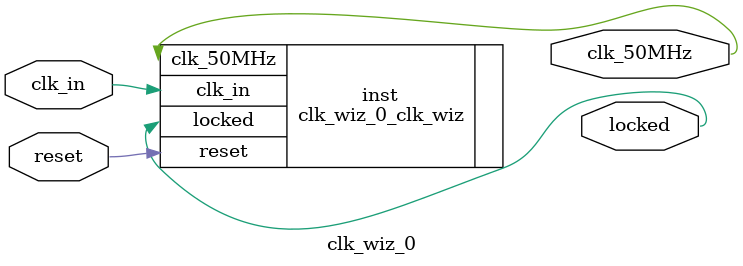
<source format=v>


`timescale 1ps/1ps

(* CORE_GENERATION_INFO = "clk_wiz_0,clk_wiz_v6_0_5_0_0,{component_name=clk_wiz_0,use_phase_alignment=true,use_min_o_jitter=false,use_max_i_jitter=false,use_dyn_phase_shift=false,use_inclk_switchover=false,use_dyn_reconfig=false,enable_axi=0,feedback_source=FDBK_AUTO,PRIMITIVE=MMCM,num_out_clk=1,clkin1_period=83.333,clkin2_period=10.0,use_power_down=false,use_reset=true,use_locked=true,use_inclk_stopped=false,feedback_type=SINGLE,CLOCK_MGR_TYPE=NA,manual_override=false}" *)

module clk_wiz_0 
 (
  // Clock out ports
  output        clk_50MHz,
  // Status and control signals
  input         reset,
  output        locked,
 // Clock in ports
  input         clk_in
 );

  clk_wiz_0_clk_wiz inst
  (
  // Clock out ports  
  .clk_50MHz(clk_50MHz),
  // Status and control signals               
  .reset(reset), 
  .locked(locked),
 // Clock in ports
  .clk_in(clk_in)
  );

endmodule

</source>
